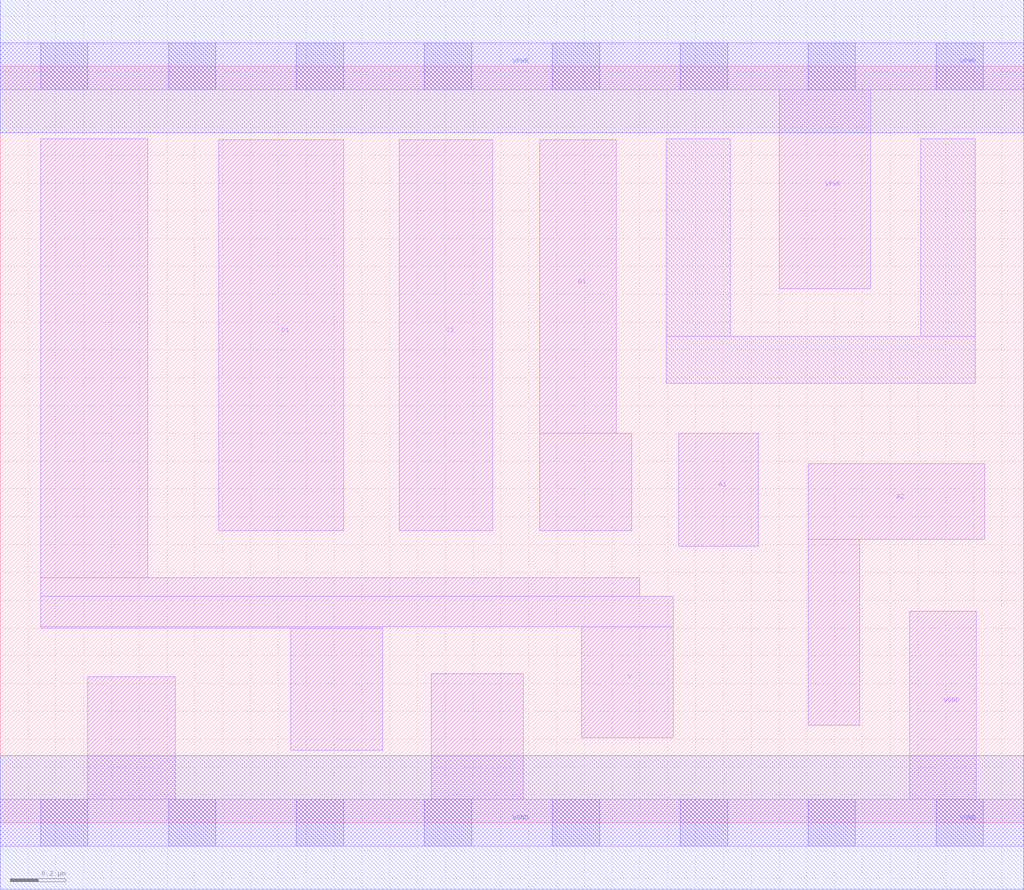
<source format=lef>
# Copyright 2020 The SkyWater PDK Authors
#
# Licensed under the Apache License, Version 2.0 (the "License");
# you may not use this file except in compliance with the License.
# You may obtain a copy of the License at
#
#     https://www.apache.org/licenses/LICENSE-2.0
#
# Unless required by applicable law or agreed to in writing, software
# distributed under the License is distributed on an "AS IS" BASIS,
# WITHOUT WARRANTIES OR CONDITIONS OF ANY KIND, either express or implied.
# See the License for the specific language governing permissions and
# limitations under the License.
#
# SPDX-License-Identifier: Apache-2.0

VERSION 5.7 ;
  NAMESCASESENSITIVE ON ;
  NOWIREEXTENSIONATPIN ON ;
  DIVIDERCHAR "/" ;
  BUSBITCHARS "[]" ;
UNITS
  DATABASE MICRONS 200 ;
END UNITS
MACRO sky130_fd_sc_hd__a2111oi_1
  CLASS CORE ;
  SOURCE USER ;
  FOREIGN sky130_fd_sc_hd__a2111oi_1 ;
  ORIGIN  0.000000  0.000000 ;
  SIZE  3.680000 BY  2.720000 ;
  SYMMETRY X Y R90 ;
  SITE unithd ;
  PIN A1
    ANTENNAGATEAREA  0.247500 ;
    DIRECTION INPUT ;
    USE SIGNAL ;
    PORT
      LAYER li1 ;
        RECT 2.440000 0.995000 2.725000 1.400000 ;
    END
  END A1
  PIN A2
    ANTENNAGATEAREA  0.247500 ;
    DIRECTION INPUT ;
    USE SIGNAL ;
    PORT
      LAYER li1 ;
        RECT 2.905000 0.350000 3.090000 1.020000 ;
        RECT 2.905000 1.020000 3.540000 1.290000 ;
    END
  END A2
  PIN B1
    ANTENNAGATEAREA  0.247500 ;
    DIRECTION INPUT ;
    USE SIGNAL ;
    PORT
      LAYER li1 ;
        RECT 1.940000 1.050000 2.270000 1.400000 ;
        RECT 1.940000 1.400000 2.215000 2.455000 ;
    END
  END B1
  PIN C1
    ANTENNAGATEAREA  0.247500 ;
    DIRECTION INPUT ;
    USE SIGNAL ;
    PORT
      LAYER li1 ;
        RECT 1.435000 1.050000 1.770000 2.455000 ;
    END
  END C1
  PIN D1
    ANTENNAGATEAREA  0.247500 ;
    DIRECTION INPUT ;
    USE SIGNAL ;
    PORT
      LAYER li1 ;
        RECT 0.785000 1.050000 1.235000 2.455000 ;
    END
  END D1
  PIN Y
    ANTENNADIFFAREA  1.388750 ;
    DIRECTION OUTPUT ;
    USE SIGNAL ;
    PORT
      LAYER li1 ;
        RECT 0.145000 0.700000 1.375000 0.705000 ;
        RECT 0.145000 0.705000 2.420000 0.815000 ;
        RECT 0.145000 0.815000 2.300000 0.880000 ;
        RECT 0.145000 0.880000 0.530000 2.460000 ;
        RECT 1.045000 0.260000 1.375000 0.700000 ;
        RECT 2.090000 0.305000 2.420000 0.705000 ;
    END
  END Y
  PIN VGND
    DIRECTION INOUT ;
    SHAPE ABUTMENT ;
    USE GROUND ;
    PORT
      LAYER li1 ;
        RECT 0.000000 -0.085000 3.680000 0.085000 ;
        RECT 0.315000  0.085000 0.630000 0.525000 ;
        RECT 1.550000  0.085000 1.880000 0.535000 ;
        RECT 3.270000  0.085000 3.510000 0.760000 ;
      LAYER mcon ;
        RECT 0.145000 -0.085000 0.315000 0.085000 ;
        RECT 0.605000 -0.085000 0.775000 0.085000 ;
        RECT 1.065000 -0.085000 1.235000 0.085000 ;
        RECT 1.525000 -0.085000 1.695000 0.085000 ;
        RECT 1.985000 -0.085000 2.155000 0.085000 ;
        RECT 2.445000 -0.085000 2.615000 0.085000 ;
        RECT 2.905000 -0.085000 3.075000 0.085000 ;
        RECT 3.365000 -0.085000 3.535000 0.085000 ;
      LAYER met1 ;
        RECT 0.000000 -0.240000 3.680000 0.240000 ;
    END
  END VGND
  PIN VPWR
    DIRECTION INOUT ;
    SHAPE ABUTMENT ;
    USE POWER ;
    PORT
      LAYER li1 ;
        RECT 0.000000 2.635000 3.680000 2.805000 ;
        RECT 2.800000 1.920000 3.130000 2.635000 ;
      LAYER mcon ;
        RECT 0.145000 2.635000 0.315000 2.805000 ;
        RECT 0.605000 2.635000 0.775000 2.805000 ;
        RECT 1.065000 2.635000 1.235000 2.805000 ;
        RECT 1.525000 2.635000 1.695000 2.805000 ;
        RECT 1.985000 2.635000 2.155000 2.805000 ;
        RECT 2.445000 2.635000 2.615000 2.805000 ;
        RECT 2.905000 2.635000 3.075000 2.805000 ;
        RECT 3.365000 2.635000 3.535000 2.805000 ;
      LAYER met1 ;
        RECT 0.000000 2.480000 3.680000 2.960000 ;
    END
  END VPWR
  OBS
    LAYER li1 ;
      RECT 2.395000 1.580000 3.505000 1.750000 ;
      RECT 2.395000 1.750000 2.625000 2.460000 ;
      RECT 3.310000 1.750000 3.505000 2.460000 ;
  END
END sky130_fd_sc_hd__a2111oi_1
END LIBRARY

</source>
